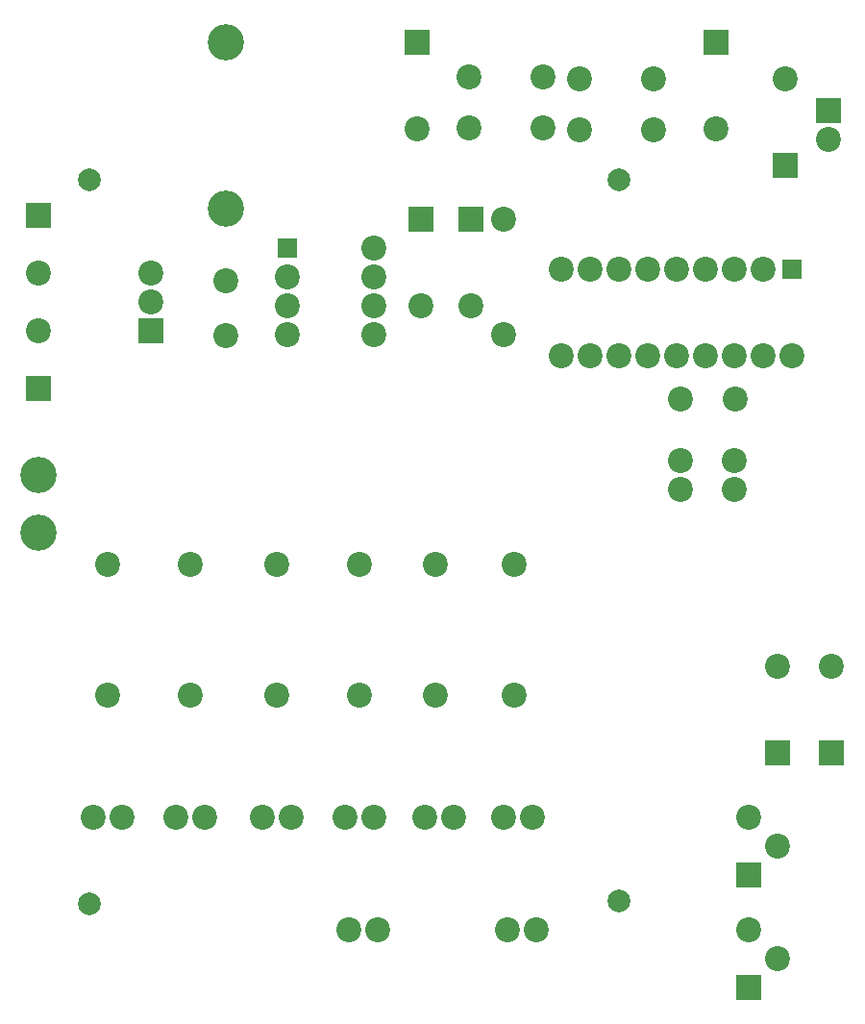
<source format=gbr>
G04 DipTrace 3.2.0.1*
G04 TopMask.gbr*
%MOIN*%
G04 #@! TF.FileFunction,Soldermask,Top*
G04 #@! TF.Part,Single*
%ADD17C,0.07874*%
%ADD26R,0.066929X0.066929*%
%ADD28C,0.086614*%
%ADD30R,0.070866X0.070866*%
%ADD32R,0.086614X0.086614*%
%ADD33C,0.086614*%
%ADD35C,0.125984*%
%FSLAX26Y26*%
G04*
G70*
G90*
G75*
G01*
G04 TopMask*
%LPD*%
D35*
X-400000Y2800000D3*
Y2225000D3*
D33*
X-1050000Y1800000D3*
D32*
Y1600000D3*
D33*
X1175000Y1250000D3*
Y1350000D3*
X1362500Y1250000D3*
Y1350000D3*
X-1050000Y2000000D3*
D32*
Y2200000D3*
D33*
X-862500Y112500D3*
X-762500D3*
X-575000D3*
X-475000D3*
X-275000D3*
X-175000D3*
X12500D3*
X112500D3*
X287500D3*
X387500D3*
X562500D3*
X662500D3*
X25000Y-275000D3*
X125000D3*
X575000D3*
X675000D3*
D17*
X962500Y2325000D3*
X-875000D3*
Y-187500D3*
D30*
X1562500Y2012500D3*
D33*
X1462500D3*
X1362500D3*
X1262500D3*
X1162500D3*
X1062500D3*
X962500D3*
X862500D3*
X762500D3*
Y1712500D3*
X862500D3*
X962500D3*
X1062500D3*
X1162500D3*
X1262500D3*
X1362500D3*
X1462500D3*
X1562500D3*
D32*
X1687500Y2562500D3*
D28*
Y2462500D3*
D33*
X562500Y1787500D3*
Y2187500D3*
D35*
X-1050000Y1100000D3*
Y1300000D3*
D33*
X1412500Y-275000D3*
X1512500Y-375000D3*
D32*
X1412500Y-475000D3*
D33*
Y112500D3*
X1512500Y12500D3*
D32*
X1412500Y-87500D3*
D28*
X-812500Y537500D3*
Y990256D3*
X-525000Y537500D3*
Y990256D3*
X-225000Y537500D3*
Y990256D3*
D33*
X262500Y2500000D3*
D32*
Y2800000D3*
D33*
X1300000Y2500000D3*
D32*
Y2800000D3*
D28*
X62500Y537500D3*
Y990256D3*
X325000Y537500D3*
Y990256D3*
X600000Y537500D3*
Y990256D3*
D33*
X1537500Y2675000D3*
D32*
Y2375000D3*
D33*
X1512500Y637500D3*
D32*
Y337500D3*
D33*
X1700000Y637500D3*
D32*
Y337500D3*
D33*
X275000Y1887500D3*
D32*
Y2187500D3*
D33*
X450000Y1887500D3*
D32*
Y2187500D3*
D28*
X443749Y2681251D3*
Y2504085D3*
X699655D3*
Y2681251D3*
X825000Y2675000D3*
Y2497835D3*
X1080906D3*
Y2675000D3*
D26*
X-187500Y2087500D3*
D28*
Y1987500D3*
Y1887500D3*
Y1787500D3*
X112500D3*
Y1887500D3*
Y1987500D3*
Y2087500D3*
D32*
X-662500Y1800000D3*
D28*
Y1900000D3*
Y2000000D3*
X1175000Y1562500D3*
X1365000D3*
X-400000Y1975000D3*
Y1785000D3*
D17*
X962500Y-175000D3*
M02*

</source>
